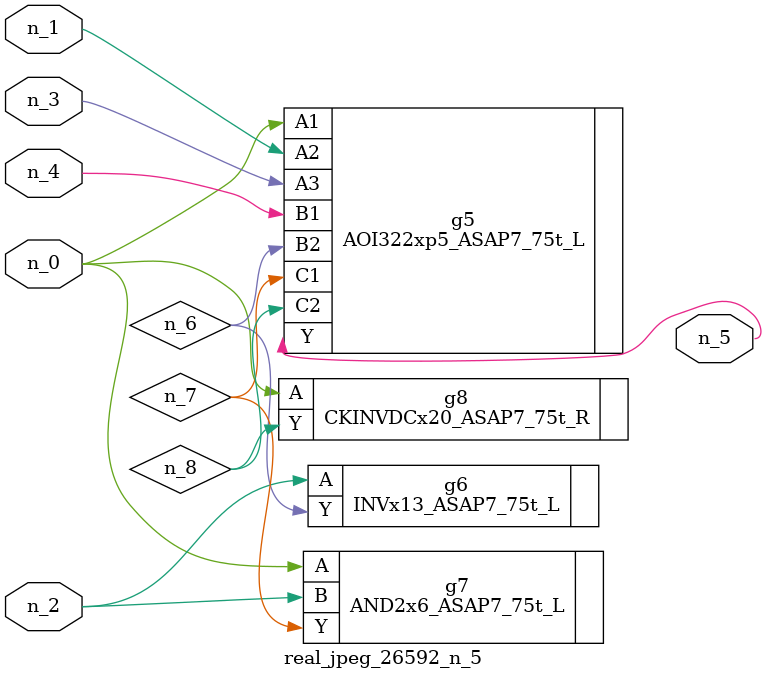
<source format=v>
module real_jpeg_26592_n_5 (n_4, n_0, n_1, n_2, n_3, n_5);

input n_4;
input n_0;
input n_1;
input n_2;
input n_3;

output n_5;

wire n_8;
wire n_6;
wire n_7;

AOI322xp5_ASAP7_75t_L g5 ( 
.A1(n_0),
.A2(n_1),
.A3(n_3),
.B1(n_4),
.B2(n_6),
.C1(n_7),
.C2(n_8),
.Y(n_5)
);

AND2x6_ASAP7_75t_L g7 ( 
.A(n_0),
.B(n_2),
.Y(n_7)
);

CKINVDCx20_ASAP7_75t_R g8 ( 
.A(n_0),
.Y(n_8)
);

INVx13_ASAP7_75t_L g6 ( 
.A(n_2),
.Y(n_6)
);


endmodule
</source>
